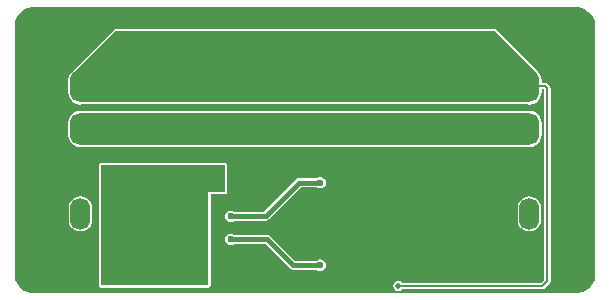
<source format=gbl>
G04 Layer_Physical_Order=4*
G04 Layer_Color=16711680*
%FSAX44Y44*%
%MOMM*%
G71*
G01*
G75*
%ADD23C,0.1524*%
%ADD25C,0.3810*%
%ADD28O,1.7000X2.7000*%
G04:AMPARAMS|DCode=29|XSize=2.7mm|YSize=1.7mm|CornerRadius=0.425mm|HoleSize=0mm|Usage=FLASHONLY|Rotation=270.000|XOffset=0mm|YOffset=0mm|HoleType=Round|Shape=RoundedRectangle|*
%AMROUNDEDRECTD29*
21,1,2.7000,0.8500,0,0,270.0*
21,1,1.8500,1.7000,0,0,270.0*
1,1,0.8500,-0.4250,-0.9250*
1,1,0.8500,-0.4250,0.9250*
1,1,0.8500,0.4250,0.9250*
1,1,0.8500,0.4250,-0.9250*
%
%ADD29ROUNDEDRECTD29*%
%ADD30C,3.0000*%
%ADD31O,3.2000X2.2000*%
%ADD32C,0.5000*%
%ADD33C,0.6000*%
%ADD34C,0.7000*%
G36*
X07160000Y08645856D02*
X07160000D01*
X07160000D01*
X07161562Y08645856D01*
X07164625Y08645247D01*
X07167511Y08644052D01*
X07170108Y08642317D01*
X07172317Y08640108D01*
X07174052Y08637511D01*
X07175247Y08634625D01*
X07175856Y08631562D01*
X07175856Y08630000D01*
Y08630000D01*
Y08630000D01*
Y08420000D01*
Y08420000D01*
Y08420000D01*
X07175856Y08418438D01*
X07175247Y08415375D01*
X07174052Y08412489D01*
X07172317Y08409892D01*
X07170108Y08407683D01*
X07167511Y08405948D01*
X07164625Y08404753D01*
X07161562Y08404144D01*
X06698438D01*
X06695375Y08404753D01*
X06692489Y08405948D01*
X06689892Y08407683D01*
X06687683Y08409892D01*
X06685948Y08412489D01*
X06684753Y08415375D01*
X06684144Y08418438D01*
X06684144Y08420000D01*
Y08420000D01*
Y08420000D01*
Y08630000D01*
Y08630000D01*
Y08630000D01*
X06684144Y08631562D01*
X06684753Y08634625D01*
X06685948Y08637511D01*
X06687683Y08640108D01*
X06689892Y08642317D01*
X06692489Y08644052D01*
X06695375Y08645247D01*
X06698438Y08645856D01*
X06700000D01*
X07160000Y08645856D01*
D02*
G37*
%LPC*%
G36*
X07120070Y08558389D02*
X07119153Y08558268D01*
X07119140Y08558273D01*
X07119139Y08558273D01*
X07119100Y08558273D01*
X07118978Y08558298D01*
X07118837Y08558298D01*
X07118794Y08558306D01*
X07118754D01*
X07118754Y08558306D01*
X07118619Y08558333D01*
X07118479Y08558333D01*
X07118478Y08558333D01*
X07073827Y08558333D01*
X07024840Y08558333D01*
X06945172Y08558332D01*
X06842826Y08558331D01*
X06805089Y08558331D01*
X06740439Y08558331D01*
X06740439Y08558331D01*
X06740000Y08558389D01*
X06737311Y08558035D01*
X06734805Y08556997D01*
X06732654Y08555346D01*
X06731003Y08553195D01*
X06729965Y08550689D01*
X06729611Y08548000D01*
Y08538000D01*
X06729965Y08535311D01*
X06731003Y08532806D01*
X06732654Y08530654D01*
X06734805Y08529003D01*
X06737311Y08527965D01*
X06740000Y08527611D01*
X06740968Y08527739D01*
X06742382D01*
X06778568Y08527739D01*
X06797533D01*
X06909927Y08527739D01*
X06929921D01*
X07119100Y08527739D01*
X07119100D01*
X07120070Y08527611D01*
X07122759Y08527965D01*
X07125264Y08529003D01*
X07127416Y08530654D01*
X07129067Y08532806D01*
X07130105Y08535311D01*
X07130459Y08538000D01*
Y08548000D01*
X07130105Y08550689D01*
X07129067Y08553195D01*
X07127416Y08555346D01*
X07125264Y08556997D01*
X07122759Y08558035D01*
X07120070Y08558389D01*
D02*
G37*
G36*
X06942920Y08502394D02*
X06941047Y08502021D01*
X06939934Y08501277D01*
X06925190D01*
X06923745Y08500990D01*
X06922519Y08500171D01*
X06895086Y08472739D01*
X06870200D01*
X06869087Y08473483D01*
X06867214Y08473855D01*
X06865341Y08473483D01*
X06863754Y08472421D01*
X06862692Y08470834D01*
X06862320Y08468961D01*
X06862692Y08467088D01*
X06863754Y08465500D01*
X06865341Y08464440D01*
X06867214Y08464067D01*
X06869087Y08464440D01*
X06870200Y08465183D01*
X06896651D01*
X06898096Y08465471D01*
X06899322Y08466290D01*
X06926755Y08493723D01*
X06939934D01*
X06941047Y08492979D01*
X06942920Y08492606D01*
X06944793Y08492979D01*
X06946381Y08494039D01*
X06947441Y08495627D01*
X06947814Y08497500D01*
X06947441Y08499373D01*
X06946381Y08500961D01*
X06944793Y08502021D01*
X06942920Y08502394D01*
D02*
G37*
G36*
X07120070Y08485854D02*
X07117520Y08485519D01*
X07115143Y08484534D01*
X07113102Y08482968D01*
X07111536Y08480927D01*
X07110552Y08478550D01*
X07110216Y08476000D01*
Y08466000D01*
X07110552Y08463450D01*
X07111536Y08461073D01*
X07113102Y08459032D01*
X07115143Y08457466D01*
X07117520Y08456481D01*
X07120070Y08456146D01*
X07122620Y08456481D01*
X07124997Y08457466D01*
X07127038Y08459032D01*
X07128604Y08461073D01*
X07129589Y08463450D01*
X07129924Y08466000D01*
Y08476000D01*
X07129589Y08478550D01*
X07128604Y08480927D01*
X07127038Y08482968D01*
X07124997Y08484534D01*
X07122620Y08485519D01*
X07120070Y08485854D01*
D02*
G37*
G36*
X06740000D02*
X06737449Y08485519D01*
X06735073Y08484534D01*
X06733032Y08482968D01*
X06731466Y08480927D01*
X06730482Y08478550D01*
X06730146Y08476000D01*
Y08466000D01*
X06730482Y08463450D01*
X06731466Y08461073D01*
X06733032Y08459032D01*
X06735073Y08457466D01*
X06737449Y08456481D01*
X06740000Y08456146D01*
X06742551Y08456481D01*
X06744927Y08457466D01*
X06746968Y08459032D01*
X06748534Y08461073D01*
X06749518Y08463450D01*
X06749854Y08466000D01*
Y08476000D01*
X06749518Y08478550D01*
X06748534Y08480927D01*
X06746968Y08482968D01*
X06744927Y08484534D01*
X06742551Y08485519D01*
X06740000Y08485854D01*
D02*
G37*
G36*
X06867214Y08454355D02*
X06865341Y08453983D01*
X06863754Y08452922D01*
X06862692Y08451334D01*
X06862320Y08449461D01*
X06862692Y08447588D01*
X06863754Y08446000D01*
X06865341Y08444940D01*
X06867214Y08444567D01*
X06869087Y08444940D01*
X06870200Y08445684D01*
X06896474D01*
X06917329Y08424829D01*
X06918555Y08424010D01*
X06920000Y08423723D01*
X06939934D01*
X06941047Y08422979D01*
X06942920Y08422606D01*
X06944793Y08422979D01*
X06946381Y08424039D01*
X06947441Y08425627D01*
X06947814Y08427500D01*
X06947441Y08429373D01*
X06946381Y08430961D01*
X06944793Y08432021D01*
X06942920Y08432394D01*
X06941047Y08432021D01*
X06939934Y08431277D01*
X06921565D01*
X06900710Y08452132D01*
X06899485Y08452951D01*
X06898039Y08453239D01*
X06870200D01*
X06869087Y08453983D01*
X06867214Y08454355D01*
D02*
G37*
G36*
X06769523Y08627336D02*
X06768821Y08627197D01*
X06768225Y08626799D01*
X06733308Y08591882D01*
X06733262Y08591813D01*
X06732654Y08591346D01*
X06731003Y08589194D01*
X06729965Y08586689D01*
X06729611Y08584000D01*
Y08574000D01*
X06729965Y08571311D01*
X06731003Y08568806D01*
X06732654Y08566654D01*
X06734805Y08565003D01*
X06737311Y08563965D01*
X06740000Y08563611D01*
X06740959Y08563737D01*
X07119111D01*
X07120070Y08563611D01*
X07122759Y08563965D01*
X07125264Y08565003D01*
X07127416Y08566654D01*
X07129067Y08568806D01*
X07130105Y08571311D01*
X07130459Y08574000D01*
Y08576388D01*
X07132612D01*
X07132756Y08576244D01*
Y08415340D01*
X07129968Y08412552D01*
X07012556D01*
X07012230Y08413040D01*
X07010807Y08413990D01*
X07009130Y08414324D01*
X07007452Y08413990D01*
X07006030Y08413040D01*
X07005079Y08411618D01*
X07004746Y08409940D01*
X07005079Y08408262D01*
X07006030Y08406840D01*
X07007452Y08405889D01*
X07009130Y08405556D01*
X07010807Y08405889D01*
X07012230Y08406840D01*
X07012556Y08407328D01*
X07131050D01*
X07132050Y08407527D01*
X07132897Y08408093D01*
X07137215Y08412411D01*
X07137781Y08413259D01*
X07137980Y08414258D01*
Y08577326D01*
X07137781Y08578326D01*
X07137215Y08579173D01*
X07135541Y08580847D01*
X07134694Y08581414D01*
X07133694Y08581612D01*
X07130459D01*
Y08584000D01*
X07130105Y08586689D01*
X07129067Y08589194D01*
X07127416Y08591346D01*
X07127326Y08591415D01*
X07127273Y08591555D01*
X07127130Y08591708D01*
X07127014Y08591881D01*
X07092099Y08626798D01*
X07091503Y08627196D01*
X07091503D01*
X07091503Y08627196D01*
X07091150Y08627266D01*
X07090801Y08627336D01*
X07090801D01*
X07090801D01*
X06769523Y08627336D01*
D02*
G37*
G36*
X06862318Y08513845D02*
X06757250D01*
X06756548Y08513705D01*
X06755952Y08513307D01*
X06755554Y08512712D01*
X06755415Y08512010D01*
X06755414Y08410448D01*
X06755554Y08409745D01*
X06755952Y08409150D01*
X06756548Y08408752D01*
X06757250Y08408613D01*
X06848348D01*
X06849050Y08408752D01*
X06849646Y08409150D01*
X06850043Y08409745D01*
X06850183Y08410448D01*
Y08488115D01*
X06862318D01*
X06863020Y08488254D01*
X06863616Y08488652D01*
X06864014Y08489247D01*
X06864153Y08489950D01*
Y08512010D01*
X06864014Y08512712D01*
X06863616Y08513307D01*
X06863020Y08513705D01*
X06862318Y08513845D01*
D02*
G37*
%LPD*%
G36*
X07118479Y08556498D02*
X07118619Y08556498D01*
X07118754Y08556471D01*
X07118794D01*
X07118796Y08556471D01*
X07118832Y08556458D01*
X07118847Y08556455D01*
X07119300Y08556294D01*
X07119559Y08556068D01*
X07119717Y08555908D01*
X07120070Y08555318D01*
Y08530300D01*
X07119100Y08529574D01*
X06929921Y08529574D01*
X06909927D01*
X06797533Y08529574D01*
X06778568D01*
X06742382Y08529574D01*
X06740000D01*
X06740000Y08555378D01*
X06740437Y08556491D01*
X06740439Y08556496D01*
X06805089Y08556496D01*
X06842826Y08556497D01*
X06945172Y08556497D01*
X07024840Y08556497D01*
X07073827Y08556498D01*
X07118478Y08556498D01*
X07118479Y08556498D01*
D02*
G37*
G36*
X07090801Y08625500D02*
X07125716Y08590583D01*
X07119919Y08565573D01*
X06739890D01*
X06734606Y08590584D01*
X06769523Y08625501D01*
X07090801Y08625500D01*
D02*
G37*
G36*
X06862318Y08489950D02*
X06848348D01*
Y08410448D01*
X06757250D01*
X06757250Y08512010D01*
X06862318D01*
Y08489950D01*
D02*
G37*
D23*
X07135368Y08414258D02*
Y08577326D01*
X07133694Y08579000D02*
X07135368Y08577326D01*
X07120070Y08579000D02*
X07133694D01*
X07009130Y08409940D02*
X07131050D01*
X07135368Y08414258D01*
D25*
X06867214Y08468961D02*
X06896651D01*
X06925190Y08497500D02*
X06942920D01*
X06896651Y08468961D02*
X06925190Y08497500D01*
X06867214Y08449461D02*
X06898039D01*
X06920000Y08427500D01*
X06942920D01*
D28*
X07120070Y08543000D02*
D03*
Y08579000D02*
D03*
Y08471000D02*
D03*
X06740000Y08543000D02*
D03*
Y08579000D02*
D03*
Y08471000D02*
D03*
D29*
X07120070Y08507000D02*
D03*
X06740000D02*
D03*
D30*
X06700000Y08420000D02*
D03*
X07160000D02*
D03*
X07160000Y08630000D02*
D03*
X06700000Y08630000D02*
D03*
D31*
X07156563Y08498000D02*
D03*
Y08552000D02*
D03*
X06705362Y08498000D02*
D03*
X06704346Y08552000D02*
D03*
D32*
X06880004Y08550005D02*
D03*
Y08540005D02*
D03*
X06870004Y08550005D02*
D03*
Y08540005D02*
D03*
X06860004Y08550005D02*
D03*
Y08540005D02*
D03*
X06850004Y08550005D02*
D03*
Y08540005D02*
D03*
X06840004Y08550005D02*
D03*
Y08540005D02*
D03*
X06830004Y08550005D02*
D03*
Y08540005D02*
D03*
X06790004Y08550005D02*
D03*
Y08540005D02*
D03*
X06780004Y08550005D02*
D03*
Y08540005D02*
D03*
X06770004Y08550005D02*
D03*
Y08540005D02*
D03*
X06760004Y08550005D02*
D03*
Y08540005D02*
D03*
X07009130Y08409940D02*
D03*
X06751574Y08513064D02*
D03*
X07008008Y08520010D02*
D03*
Y08512010D02*
D03*
X07000008Y08520010D02*
D03*
Y08512010D02*
D03*
X06992008Y08520010D02*
D03*
Y08512010D02*
D03*
X06984008Y08520010D02*
D03*
Y08512010D02*
D03*
X06976008Y08520010D02*
D03*
Y08512010D02*
D03*
X06968008Y08520010D02*
D03*
Y08512010D02*
D03*
X06990080Y08422800D02*
D03*
Y08412640D02*
D03*
X06979920Y08422800D02*
D03*
Y08412640D02*
D03*
X06969760Y08422800D02*
D03*
Y08412640D02*
D03*
X06959600Y08422800D02*
D03*
Y08412640D02*
D03*
X06949440Y08422800D02*
D03*
Y08412640D02*
D03*
X06939280D02*
D03*
X06929120D02*
D03*
X06918960D02*
D03*
X06908800D02*
D03*
X06898640D02*
D03*
X06888480Y08422800D02*
D03*
Y08412640D02*
D03*
X06878320Y08422800D02*
D03*
Y08412640D02*
D03*
X06868160Y08422800D02*
D03*
Y08412640D02*
D03*
X06858000Y08422800D02*
D03*
Y08412640D02*
D03*
X06751574Y08500920D02*
D03*
X07091908Y08506986D02*
D03*
X07103931D02*
D03*
X07098000D02*
D03*
X06785500Y08462461D02*
D03*
X07103931Y08519147D02*
D03*
X07098000D02*
D03*
Y08513000D02*
D03*
X07103931D02*
D03*
X07091908D02*
D03*
Y08519147D02*
D03*
X06813320Y08465711D02*
D03*
X06824750Y08454281D02*
D03*
Y08477141D02*
D03*
X06836180Y08465711D02*
D03*
X06770560Y08446960D02*
D03*
Y08467280D02*
D03*
Y08487600D02*
D03*
Y08497760D02*
D03*
X06801040D02*
D03*
X06811200Y08416480D02*
D03*
Y08426640D02*
D03*
Y08487600D02*
D03*
Y08497760D02*
D03*
X06821360Y08446960D02*
D03*
Y08487600D02*
D03*
Y08497760D02*
D03*
X06831520Y08416480D02*
D03*
Y08446960D02*
D03*
X06841680Y08416480D02*
D03*
Y08446960D02*
D03*
Y08457120D02*
D03*
Y08477440D02*
D03*
Y08497760D02*
D03*
X06851840D02*
D03*
X06766560Y08636000D02*
D03*
X06786880D02*
D03*
X06827520D02*
D03*
X06847840D02*
D03*
X06868160D02*
D03*
X06888480D02*
D03*
X06908800D02*
D03*
X06929120D02*
D03*
X06949440D02*
D03*
X06969760D02*
D03*
X06990080D02*
D03*
X07010400D02*
D03*
X07030720D02*
D03*
X07051040D02*
D03*
X07071360D02*
D03*
X07091680D02*
D03*
X06751544Y08507000D02*
D03*
D33*
X06867214Y08468961D02*
D03*
X06942920Y08427500D02*
D03*
Y08497500D02*
D03*
X06867214Y08449461D02*
D03*
D34*
X06824750Y08465711D02*
D03*
M02*

</source>
